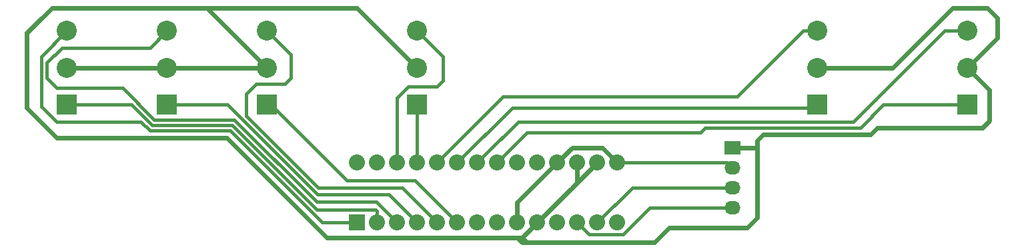
<source format=gbr>
G04 #@! TF.FileFunction,Copper,L2,Bot,Signal*
%FSLAX46Y46*%
G04 Gerber Fmt 4.6, Leading zero omitted, Abs format (unit mm)*
G04 Created by KiCad (PCBNEW 4.0.2-stable) date Wednesday, 10 August 2016 'pmt' 17:01:05*
%MOMM*%
G01*
G04 APERTURE LIST*
%ADD10C,0.100000*%
%ADD11R,2.032000X1.727200*%
%ADD12O,2.032000X1.727200*%
%ADD13R,2.540000X2.540000*%
%ADD14C,2.540000*%
%ADD15R,2.032000X2.032000*%
%ADD16C,2.032000*%
%ADD17C,0.600000*%
%ADD18C,0.400000*%
G04 APERTURE END LIST*
D10*
D11*
X154305000Y-73660000D03*
D12*
X154305000Y-76200000D03*
X154305000Y-78740000D03*
X154305000Y-81280000D03*
D13*
X69850000Y-68199000D03*
D14*
X69850000Y-63500000D03*
X69850000Y-58801000D03*
D13*
X82550000Y-68199000D03*
D14*
X82550000Y-63500000D03*
X82550000Y-58801000D03*
D13*
X95250000Y-68199000D03*
D14*
X95250000Y-63500000D03*
X95250000Y-58801000D03*
D13*
X114300000Y-68199000D03*
D14*
X114300000Y-63500000D03*
X114300000Y-58801000D03*
D13*
X165100000Y-68199000D03*
D14*
X165100000Y-63500000D03*
X165100000Y-58801000D03*
D13*
X184150000Y-68199000D03*
D14*
X184150000Y-63500000D03*
X184150000Y-58801000D03*
D15*
X106680000Y-83185000D03*
D16*
X109220000Y-83185000D03*
X111760000Y-83185000D03*
X114300000Y-83185000D03*
X116840000Y-83185000D03*
X119380000Y-83185000D03*
X121920000Y-83185000D03*
X124460000Y-83185000D03*
X127000000Y-83185000D03*
X129540000Y-83185000D03*
X132080000Y-83185000D03*
X134620000Y-83185000D03*
X137160000Y-83185000D03*
X139700000Y-83185000D03*
X139700000Y-75565000D03*
X137160000Y-75565000D03*
X134620000Y-75565000D03*
X132080000Y-75565000D03*
X129540000Y-75565000D03*
X127000000Y-75565000D03*
X124460000Y-75565000D03*
X121920000Y-75565000D03*
X119380000Y-75565000D03*
X116840000Y-75565000D03*
X114300000Y-75565000D03*
X111760000Y-75565000D03*
X109220000Y-75565000D03*
X106680000Y-75565000D03*
D17*
X144391001Y-85725000D02*
X128270000Y-85725000D01*
X128270000Y-85725000D02*
X127635000Y-85725000D01*
X127635000Y-85090000D02*
X128270000Y-85725000D01*
X102870000Y-85090000D02*
X127000000Y-85090000D01*
X127635000Y-85725000D02*
X127000000Y-85090000D01*
X127000000Y-85090000D02*
X127635000Y-85090000D01*
X68580000Y-72390000D02*
X90170000Y-72390000D01*
X127635000Y-85090000D02*
X129540000Y-83185000D01*
X90170000Y-72390000D02*
X102870000Y-85090000D01*
X64770000Y-68580000D02*
X68580000Y-72390000D01*
X144391001Y-85725000D02*
X146296001Y-83820000D01*
X146296001Y-83820000D02*
X156210000Y-83820000D01*
X156210000Y-83820000D02*
X157480000Y-82550000D01*
X157480000Y-82550000D02*
X157480000Y-73660000D01*
X184150000Y-63500000D02*
X186944000Y-66294000D01*
X186944000Y-66294000D02*
X186944000Y-70231000D01*
X172720000Y-71120000D02*
X171831000Y-72009000D01*
X186944000Y-70231000D02*
X186055000Y-71120000D01*
X186055000Y-71120000D02*
X172720000Y-71120000D01*
X171831000Y-72009000D02*
X158242000Y-72009000D01*
X158242000Y-72009000D02*
X157480000Y-72771000D01*
X157480000Y-72771000D02*
X157480000Y-73660000D01*
X67945000Y-55880000D02*
X86995000Y-55880000D01*
X86995000Y-55880000D02*
X106680000Y-55880000D01*
X95250000Y-63500000D02*
X87630000Y-55880000D01*
X87630000Y-55880000D02*
X86995000Y-55880000D01*
X114300000Y-63500000D02*
X107950000Y-57150000D01*
X107950000Y-57150000D02*
X107830999Y-57030999D01*
X66794001Y-57030999D02*
X67945000Y-55880000D01*
X106680000Y-55880000D02*
X107950000Y-57150000D01*
X66794001Y-57030999D02*
X64770000Y-59055000D01*
X64770000Y-59055000D02*
X64770000Y-68580000D01*
X157480000Y-73660000D02*
X154305000Y-73660000D01*
X134620000Y-78105000D02*
X133985000Y-78740000D01*
X133985000Y-78740000D02*
X129540000Y-83185000D01*
X137160000Y-75565000D02*
X133985000Y-78740000D01*
X187960000Y-57150000D02*
X187960000Y-59690000D01*
X187960000Y-59690000D02*
X184150000Y-63500000D01*
X186690000Y-55880000D02*
X187960000Y-57150000D01*
X182245000Y-55880000D02*
X186690000Y-55880000D01*
X174625000Y-63500000D02*
X182245000Y-55880000D01*
X165100000Y-63500000D02*
X174625000Y-63500000D01*
X92710000Y-60960000D02*
X93980001Y-62230001D01*
X93980001Y-62230001D02*
X95250000Y-63500000D01*
X134620000Y-75565000D02*
X134620000Y-78105000D01*
X82550000Y-63500000D02*
X69850000Y-63500000D01*
X95250000Y-63500000D02*
X82550000Y-63500000D01*
X132080000Y-75565000D02*
X127000000Y-80645000D01*
X127000000Y-80645000D02*
X127000000Y-83185000D01*
X139700000Y-75565000D02*
X137795000Y-73660000D01*
X137795000Y-73660000D02*
X133985000Y-73660000D01*
X133985000Y-73660000D02*
X132080000Y-75565000D01*
D18*
X139700000Y-75565000D02*
X153670000Y-75565000D01*
X153670000Y-75565000D02*
X154305000Y-76200000D01*
X137160000Y-83185000D02*
X141605000Y-78740000D01*
X141605000Y-78740000D02*
X154305000Y-78740000D01*
X140427681Y-84701001D02*
X136136001Y-84701001D01*
X135635999Y-84200999D02*
X134620000Y-83185000D01*
X154305000Y-81280000D02*
X143848682Y-81280000D01*
X143848682Y-81280000D02*
X140427681Y-84701001D01*
X136136001Y-84701001D02*
X135635999Y-84200999D01*
X109220000Y-81748160D02*
X109005840Y-81534000D01*
X90832750Y-70789978D02*
X80672750Y-70789978D01*
X101576772Y-81534000D02*
X90832750Y-70789978D01*
X109220000Y-83185000D02*
X109220000Y-81748160D01*
X109005840Y-81534000D02*
X101576772Y-81534000D01*
X80672750Y-70789978D02*
X78081772Y-68199000D01*
X78081772Y-68199000D02*
X71520000Y-68199000D01*
X71520000Y-68199000D02*
X69850000Y-68199000D01*
X105264000Y-83185000D02*
X106680000Y-83185000D01*
X102237806Y-83185000D02*
X105264000Y-83185000D01*
X68580000Y-70369002D02*
X79261809Y-70369002D01*
X66609989Y-68398991D02*
X68580000Y-70369002D01*
X90542796Y-71489989D02*
X102237806Y-83185000D01*
X69850000Y-58801000D02*
X66609989Y-62041011D01*
X66609989Y-62041011D02*
X66609989Y-68398991D01*
X79261809Y-70369002D02*
X80382796Y-71489989D01*
X80382796Y-71489989D02*
X90542796Y-71489989D01*
X110744000Y-79629000D02*
X101651702Y-79629000D01*
X84220000Y-68199000D02*
X82550000Y-68199000D01*
X114300000Y-83185000D02*
X110744000Y-79629000D01*
X101651702Y-79629000D02*
X90221702Y-68199000D01*
X90221702Y-68199000D02*
X84220000Y-68199000D01*
X67310000Y-64770000D02*
X68580000Y-66040000D01*
X76912737Y-66040000D02*
X80962703Y-70089967D01*
X67310000Y-62865000D02*
X67310000Y-64770000D01*
X91122704Y-70089967D02*
X101550737Y-80518000D01*
X82550000Y-58801000D02*
X80391000Y-60960000D01*
X80391000Y-60960000D02*
X69215000Y-60960000D01*
X69215000Y-60960000D02*
X67310000Y-62865000D01*
X68580000Y-66040000D02*
X76912737Y-66040000D01*
X101550737Y-80518000D02*
X109093000Y-80518000D01*
X109093000Y-80518000D02*
X110744001Y-82169001D01*
X110744001Y-82169001D02*
X111760000Y-83185000D01*
X80962703Y-70089967D02*
X91122704Y-70089967D01*
X119380000Y-83185000D02*
X114046000Y-77851000D01*
X114046000Y-77851000D02*
X105410000Y-77851000D01*
X105410000Y-77851000D02*
X95758000Y-68199000D01*
X95758000Y-68199000D02*
X95250000Y-68199000D01*
X116840000Y-83185000D02*
X112395000Y-78740000D01*
X97536000Y-65532000D02*
X98298000Y-64770000D01*
X112395000Y-78740000D02*
X101752666Y-78740000D01*
X92600055Y-69587389D02*
X92600055Y-66784945D01*
X92600055Y-66784945D02*
X93853000Y-65532000D01*
X101752666Y-78740000D02*
X92600055Y-69587389D01*
X93853000Y-65532000D02*
X97536000Y-65532000D01*
X98298000Y-64770000D02*
X98298000Y-61849000D01*
X98298000Y-61849000D02*
X96519999Y-60070999D01*
X96519999Y-60070999D02*
X95250000Y-58801000D01*
X114300000Y-68199000D02*
X114300000Y-75565000D01*
X114300000Y-58801000D02*
X115951000Y-60452000D01*
X117602000Y-62103000D02*
X115951000Y-60452000D01*
X117602000Y-65151000D02*
X117602000Y-62103000D01*
X116840000Y-65913000D02*
X117602000Y-65151000D01*
X113157000Y-65913000D02*
X111760000Y-67310000D01*
X113157000Y-65913000D02*
X116840000Y-65913000D01*
X111760000Y-67310000D02*
X111760000Y-75565000D01*
X164719000Y-68580000D02*
X126365000Y-68580000D01*
X165100000Y-68199000D02*
X164719000Y-68580000D01*
X126365000Y-68580000D02*
X119380000Y-75565000D01*
X163303949Y-58801000D02*
X154921949Y-67183000D01*
X165100000Y-58801000D02*
X163303949Y-58801000D01*
X154921949Y-67183000D02*
X125222000Y-67183000D01*
X125222000Y-67183000D02*
X116840000Y-75565000D01*
X184150000Y-68199000D02*
X173482000Y-68199000D01*
X173482000Y-68199000D02*
X170572011Y-71108989D01*
X170572011Y-71108989D02*
X150887011Y-71108989D01*
X125475999Y-74549001D02*
X124460000Y-75565000D01*
X150887011Y-71108989D02*
X150252011Y-71743989D01*
X150252011Y-71743989D02*
X128281011Y-71743989D01*
X128281011Y-71743989D02*
X125475999Y-74549001D01*
X184150000Y-58801000D02*
X181229000Y-58801000D01*
X181229000Y-58801000D02*
X169672000Y-70358000D01*
X169672000Y-70358000D02*
X127127000Y-70358000D01*
X127127000Y-70358000D02*
X122935999Y-74549001D01*
X122935999Y-74549001D02*
X121920000Y-75565000D01*
M02*

</source>
